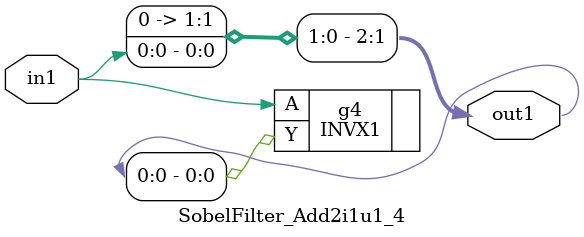
<source format=v>
`timescale 1ps / 1ps


module SobelFilter_Add2i1u1_4(in1, out1);
  input in1;
  output [2:0] out1;
  wire in1;
  wire [2:0] out1;
  assign out1[1] = in1;
  assign out1[2] = 1'b0;
  INVX1 g4(.A (in1), .Y (out1[0]));
endmodule



</source>
